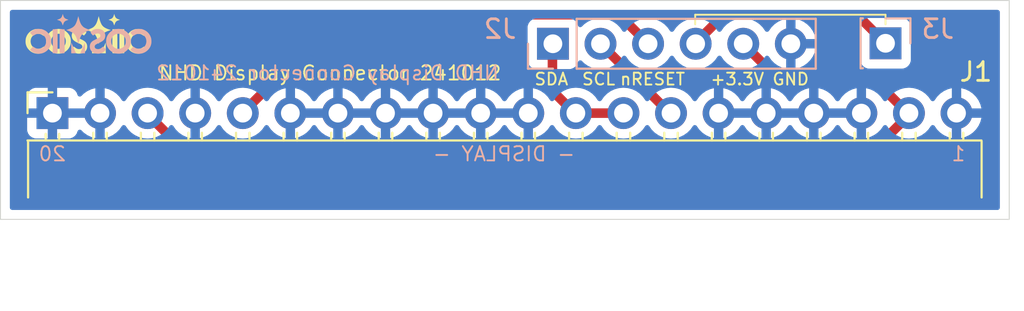
<source format=kicad_pcb>
(kicad_pcb (version 20240108) (generator "pcbnew") (generator_version "8.0")
  (layers (0 "F.Cu" signal) (31 "B.Cu" signal) (34 "B.Paste" user) (35 "F.Paste" user) (36 "B.SilkS" user "B.Silkscreen") (37 "F.SilkS" user "F.Silkscreen") (38 "B.Mask" user) (39 "F.Mask" user) (44 "Edge.Cuts" user))
  (net 0 "")
  (net 1 "GND")
  (net 2 "SCL")
  (net 3 "SDA")
  (net 4 "nRESET_DISPLAY")
  (net 5 "+3.3V")
  (net 6 "Net-(J2-Pin_4)")
  (footprint "Logos:COSMiiC-3000" (layer "F.Cu") (at 116.078 95.758)
    (property "Reference" "G***" (hide yes))
    (property "Value" "LOGO" (hide yes))
    (fp_poly (pts (xy 1.907117 -0.243637) (xy 2.036234 -0.2413) (xy 2.036234 0.397933) (xy 2.036234 1.037166) (xy 1.912978 1.0395) (xy 1.86889 1.039945) (xy 1.830949 1.03959) (xy 1.802317 1.038523) (xy 1.786153 1.036829) (xy 1.783862 1.035972) (xy 1.782921 1.026766) (xy 1.782027 1.001949) (xy 1.781192 0.962841) (xy 1.780428 0.910766) (xy 1.779746 0.847044) (xy 1.779159 0.772999) (xy 1.778679 0.68995) (xy 1.778318 0.599221) (xy 1.778088 0.502133) (xy 1.778001 0.400008) (xy 1.778 0.392068) (xy 1.778 -0.245975)) (fill solid) (layer "F.SilkS"))
    (fp_poly (pts (xy 0.325869 0.492475) (xy 0.336375 0.515657) (xy 0.351729 0.549943) (xy 0.370959 0.59313) (xy 0.393091 0.643013) (xy 0.417152 0.697391) (xy 0.44217 0.754058) (xy 0.467171 0.810813) (xy 0.491182 0.865452) (xy 0.513231 0.915771) (xy 0.532344 0.959567) (xy 0.547548 0.994637) (xy 0.5558 1.013883) (xy 0.567494 1.0414) (xy 0.44038 1.0414) (xy 0.313267 1.0414) (xy 0.313524 0.75565) (xy 0.313799 0.682924) (xy 0.314458 0.619219) (xy 0.315462 0.565963) (xy 0.31677 0.524585) (xy 0.318342 0.496514) (xy 0.320139 0.483178) (xy 0.321184 0.4826)) (fill solid) (layer "F.SilkS"))
    (fp_poly (pts (xy 1.047186 0.473665) (xy 1.047941 0.495983) (xy 1.048603 0.531419) (xy 1.04915 0.578065) (xy 1.049558 0.634012) (xy 1.049803 0.697354) (xy 1.049867 0.752122) (xy 1.049867 1.0414) (xy 0.922867 1.0414) (xy 0.87867 1.041142) (xy 0.841163 1.040432) (xy 0.813271 1.039364) (xy 0.797923 1.038033) (xy 0.795867 1.037298) (xy 0.799143 1.028765) (xy 0.808353 1.006865) (xy 0.822569 0.973708) (xy 0.840866 0.931409) (xy 0.862315 0.882079) (xy 0.885991 0.827832) (xy 0.910966 0.77078) (xy 0.936312 0.713037) (xy 0.961104 0.656714) (xy 0.984413 0.603925) (xy 1.005314 0.556782) (xy 1.022879 0.517398) (xy 1.036181 0.487886) (xy 1.044293 0.470359) (xy 1.046363 0.466372)) (fill solid) (layer "F.SilkS"))
    (fp_poly (pts (xy 1.519456 -0.999067) (xy 1.541626 -0.933813) (xy 1.567316 -0.882606) (xy 1.599261 -0.842709) (xy 1.640194 -0.811383) (xy 1.692852 -0.785892) (xy 1.7526 -0.765654) (xy 1.780464 -0.756481) (xy 1.798776 -0.748624) (xy 1.804591 -0.743421) (xy 1.8034 -0.742558) (xy 1.78946 -0.738097) (xy 1.764408 -0.730274) (xy 1.733323 -0.720674) (xy 1.729023 -0.719353) (xy 1.672157 -0.698488) (xy 1.62709 -0.673148) (xy 1.591219 -0.640615) (xy 1.561944 -0.598173) (xy 1.536661 -0.543106) (xy 1.522665 -0.503901) (xy 1.512155 -0.474939) (xy 1.503186 -0.455207) (xy 1.497155 -0.44757) (xy 1.495805 -0.448733) (xy 1.490973 -0.463524) (xy 1.483136 -0.488181) (xy 1.47692 -0.508) (xy 1.453647 -0.57129) (xy 1.426356 -0.62058) (xy 1.392152 -0.658769) (xy 1.348135 -0.688752) (xy 1.29141 -0.713429) (xy 1.261534 -0.723397) (xy 1.233716 -0.732133) (xy 1.211337 -0.739277) (xy 1.202267 -0.74226) (xy 1.204028 -0.746512) (xy 1.219177 -0.754371) (xy 1.2449 -0.76452) (xy 1.263203 -0.77082) (xy 1.325597 -0.794416) (xy 1.373994 -0.820915) (xy 1.411331 -0.853309) (xy 1.440543 -0.894589) (xy 1.464567 -0.947745) (xy 1.478949 -0.9906) (xy 1.500957 -1.062566)) (fill solid) (layer "F.SilkS"))
    (fp_poly (pts (xy 1.617731 -0.243665) (xy 1.642487 -0.241797) (xy 1.656388 -0.238509) (xy 1.660809 -0.235185) (xy 1.661927 -0.225149) (xy 1.662991 -0.199532) (xy 1.663987 -0.159687) (xy 1.664901 -0.106966) (xy 1.665717 -0.042722) (xy 1.666419 0.031693) (xy 1.666995 0.114926) (xy 1.667427 0.205625) (xy 1.667702 0.302438) (xy 1.667804 0.398357) (xy 1.667763 0.523094) (xy 1.667576 0.631774) (xy 1.66723 0.72527) (xy 1.66671 0.804456) (xy 1.666002 0.870207) (xy 1.665093 0.923398) (xy 1.663968 0.964902) (xy 1.662614 0.995595) (xy 1.661017 1.01635) (xy 1.659164 1.028043) (xy 1.657773 1.03124) (xy 1.644774 1.035881) (xy 1.618964 1.03922) (xy 1.584228 1.041279) (xy 1.544452 1.042078) (xy 1.503522 1.041639) (xy 1.465323 1.039981) (xy 1.43374 1.037128) (xy 1.412659 1.033098) (xy 1.406449 1.029883) (xy 1.404514 1.022292) (xy 1.402866 1.004069) (xy 1.401497 0.974516) (xy 1.400399 0.932935) (xy 1.399564 0.878628) (xy 1.398984 0.810895) (xy 1.39865 0.72904) (xy 1.398556 0.632364) (xy 1.398692 0.520169) (xy 1.399051 0.391757) (xy 1.399062 0.388533) (xy 1.401234 -0.2413) (xy 1.527589 -0.243652) (xy 1.580103 -0.24424)) (fill solid) (layer "F.SilkS"))
    (fp_poly (pts (xy 0.707865 -0.810245) (xy 0.740536 -0.701264) (xy 0.773737 -0.608407) (xy 0.807362 -0.531941) (xy 0.841304 -0.472137) (xy 0.841475 -0.471878) (xy 0.887322 -0.414333) (xy 0.944789 -0.362972) (xy 1.015079 -0.317033) (xy 1.099395 -0.275752) (xy 1.198942 -0.238364) (xy 1.220316 -0.231435) (xy 1.320995 -0.199544) (xy 1.221414 -0.16737) (xy 1.119809 -0.130653) (xy 1.033658 -0.090874) (xy 0.961626 -0.047186) (xy 0.902379 0.001258) (xy 0.854584 0.055306) (xy 0.841475 0.073945) (xy 0.807532 0.133664) (xy 0.773906 0.210046) (xy 0.740702 0.302822) (xy 0.708028 0.411722) (xy 0.707865 0.412312) (xy 0.670834 0.5461) (xy 0.660702 0.508) (xy 0.634281 0.411165) (xy 0.610211 0.329015) (xy 0.587653 0.259606) (xy 0.565767 0.200992) (xy 0.543713 0.151229) (xy 0.52065 0.108371) (xy 0.495739 0.070475) (xy 0.468138 0.035596) (xy 0.446102 0.01123) (xy 0.402358 -0.02965) (xy 0.352227 -0.065843) (xy 0.293107 -0.098792) (xy 0.222397 -0.129942) (xy 0.137492 -0.160734) (xy 0.133941 -0.16192) (xy 0.094853 -0.175026) (xy 0.062081 -0.186186) (xy 0.038701 -0.19434) (xy 0.027787 -0.198427) (xy 0.027387 -0.198645) (xy 0.034044 -0.201822) (xy 0.053833 -0.209022) (xy 0.083734 -0.219192) (xy 0.120725 -0.231277) (xy 0.122386 -0.23181) (xy 0.171945 -0.249146) (xy 0.226285 -0.270466) (xy 0.277317 -0.292503) (xy 0.303286 -0.304862) (xy 0.34727 -0.328164) (xy 0.381336 -0.349976) (xy 0.411459 -0.374652) (xy 0.443615 -0.406545) (xy 0.445354 -0.408376) (xy 0.475559 -0.442409) (xy 0.502421 -0.477945) (xy 0.526783 -0.516935) (xy 0.549492 -0.561332) (xy 0.571391 -0.613087) (xy 0.593325 -0.674151) (xy 0.61614 -0.746478) (xy 0.64068 -0.832018) (xy 0.660702 -0.905933) (xy 0.670834 -0.944034)) (fill solid) (layer "F.SilkS"))
    (fp_poly (pts (xy -1.366789 -0.255031) (xy -1.270108 -0.233217) (xy -1.180128 -0.196347) (xy -1.095582 -0.143888) (xy -1.0152 -0.075308) (xy -1.007533 -0.067734) (xy -0.937587 0.011805) (xy -0.88384 0.094904) (xy -0.845755 0.182963) (xy -0.822793 0.277381) (xy -0.814415 0.379556) (xy -0.815418 0.4318) (xy -0.820813 0.501827) (xy -0.830432 0.561156) (xy -0.845755 0.615797) (xy -0.86826 0.671759) (xy -0.881235 0.699199) (xy -0.933225 0.786391) (xy -0.998514 0.864421) (xy -1.075312 0.931812) (xy -1.161826 0.987086) (xy -1.256266 1.028764) (xy -1.295632 1.041233) (xy -1.3544 1.053627) (xy -1.421971 1.061152) (xy -1.491677 1.063506) (xy -1.556849 1.060386) (xy -1.595967 1.054829) (xy -1.68857 1.031168) (xy -1.770474 0.997679) (xy -1.845635 0.952257) (xy -1.918013 0.892798) (xy -1.939615 0.872066) (xy -2.008411 0.794765) (xy -2.061517 0.713736) (xy -2.100126 0.626551) (xy -2.125431 0.530786) (xy -2.133643 0.477494) (xy -2.136821 0.4064) (xy -1.865316 0.4064) (xy -1.857062 0.490563) (xy -1.83393 0.567499) (xy -1.796815 0.636026) (xy -1.746614 0.694964) (xy -1.684225 0.743133) (xy -1.610545 0.77935) (xy -1.57256 0.791826) (xy -1.529538 0.799181) (xy -1.477101 0.801046) (xy -1.421769 0.797658) (xy -1.370063 0.789254) (xy -1.349169 0.78373) (xy -1.285396 0.755825) (xy -1.225779 0.713966) (xy -1.173375 0.661096) (xy -1.131244 0.60016) (xy -1.108717 0.552236) (xy -1.095805 0.505335) (xy -1.087679 0.448967) (xy -1.084837 0.390049) (xy -1.087779 0.335494) (xy -1.091428 0.312716) (xy -1.115664 0.234765) (xy -1.153261 0.165813) (xy -1.202681 0.107124) (xy -1.262385 0.059963) (xy -1.330831 0.025594) (xy -1.406482 0.005281) (xy -1.472178 0) (xy -1.554462 0.007161) (xy -1.628485 0.028923) (xy -1.695239 0.065703) (xy -1.755714 0.117918) (xy -1.758134 0.120457) (xy -1.806542 0.18194) (xy -1.840086 0.249033) (xy -1.859447 0.323559) (xy -1.865316 0.4064) (xy -2.136821 0.4064) (xy -2.1383 0.373327) (xy -2.1273 0.27293) (xy -2.101723 0.177511) (xy -2.06265 0.088279) (xy -2.011162 0.00644) (xy -1.94834 -0.066798) (xy -1.875265 -0.130228) (xy -1.793017 -0.182642) (xy -1.702677 -0.222833) (xy -1.605327 -0.249593) (xy -1.502046 -0.261714) (xy -1.47144 -0.26232)) (fill solid) (layer "F.SilkS"))
    (fp_poly (pts (xy -2.521801 -0.257849) (xy -2.482326 -0.256389) (xy -2.451113 -0.253391) (xy -2.423831 -0.248392) (xy -2.396149 -0.24093) (xy -2.387898 -0.238388) (xy -2.305836 -0.207628) (xy -2.234027 -0.169258) (xy -2.174919 -0.127017) (xy -2.14159 -0.099372) (xy -2.121118 -0.078535) (xy -2.11254 -0.061534) (xy -2.114891 -0.045394) (xy -2.127206 -0.027142) (xy -2.13844 -0.014518) (xy -2.179902 0.029904) (xy -2.211518 0.063038) (xy -2.234694 0.086249) (xy -2.250836 0.100901) (xy -2.26135 0.10836) (xy -2.266756 0.110067) (xy -2.27888 0.105552) (xy -2.30017 0.093709) (xy -2.326041 0.077091) (xy -2.326312 0.076906) (xy -2.387864 0.040348) (xy -2.448146 0.016912) (xy -2.51325 0.004472) (xy -2.540375 0.002194) (xy -2.624536 0.003705) (xy -2.699861 0.019239) (xy -2.767657 0.04926) (xy -2.829231 0.094232) (xy -2.846991 0.111013) (xy -2.898381 0.173461) (xy -2.934635 0.243255) (xy -2.955834 0.320627) (xy -2.962062 0.405808) (xy -2.961091 0.4318) (xy -2.948362 0.514638) (xy -2.921326 0.5893) (xy -2.881072 0.654668) (xy -2.828685 0.709622) (xy -2.765253 0.753045) (xy -2.691863 0.783817) (xy -2.609601 0.800819) (xy -2.601806 0.801635) (xy -2.533892 0.800927) (xy -2.462446 0.787471) (xy -2.392867 0.762907) (xy -2.330552 0.728878) (xy -2.308119 0.712379) (xy -2.287968 0.69704) (xy -2.273131 0.687437) (xy -2.268945 0.6858) (xy -2.260269 0.691631) (xy -2.243079 0.707208) (xy -2.220146 0.729654) (xy -2.194245 0.756091) (xy -2.168149 0.783642) (xy -2.144629 0.809431) (xy -2.12646 0.830581) (xy -2.116666 0.843781) (xy -2.110652 0.855595) (xy -2.110621 0.865396) (xy -2.118532 0.877022) (xy -2.136348 0.894311) (xy -2.147745 0.904626) (xy -2.228218 0.965909) (xy -2.316931 1.012924) (xy -2.412336 1.045226) (xy -2.512889 1.062366) (xy -2.617044 1.063899) (xy -2.677132 1.057662) (xy -2.775942 1.034716) (xy -2.870113 0.995932) (xy -2.958065 0.942123) (xy -3.038216 0.874107) (xy -3.043766 0.868559) (xy -3.110351 0.792118) (xy -3.161688 0.711882) (xy -3.199447 0.624779) (xy -3.222955 0.539141) (xy -3.230451 0.485766) (xy -3.233251 0.422815) (xy -3.231598 0.356023) (xy -3.225739 0.291125) (xy -3.215915 0.233854) (xy -3.208832 0.207433) (xy -3.168158 0.10574) (xy -3.114487 0.014761) (xy -3.048338 -0.064988) (xy -2.970234 -0.132988) (xy -2.880694 -0.188722) (xy -2.78024 -0.231673) (xy -2.759769 -0.238408) (xy -2.731236 -0.24662) (xy -2.704275 -0.252244) (xy -2.674557 -0.255743) (xy -2.637752 -0.257577) (xy -2.589532 -0.258209) (xy -2.573866 -0.258233)) (fill solid) (layer "F.SilkS"))
    (fp_poly (pts (xy 2.832804 -0.257808) (xy 2.871899 -0.256204) (xy 2.903095 -0.252927) (xy 2.930905 -0.247485) (xy 2.959838 -0.239385) (xy 2.96312 -0.238362) (xy 3.02846 -0.215074) (xy 3.085077 -0.187971) (xy 3.140376 -0.153214) (xy 3.172506 -0.12975) (xy 3.207344 -0.102049) (xy 3.228886 -0.080654) (xy 3.238183 -0.062881) (xy 3.236288 -0.046042) (xy 3.224252 -0.027451) (xy 3.216178 -0.018203) (xy 3.168246 0.033423) (xy 3.130871 0.071822) (xy 3.104046 0.097004) (xy 3.087762 0.108975) (xy 3.084153 0.110067) (xy 3.072042 0.105552) (xy 3.050762 0.09371) (xy 3.024895 0.077093) (xy 3.024621 0.076906) (xy 2.963069 0.040348) (xy 2.902787 0.016912) (xy 2.837684 0.004472) (xy 2.810558 0.002194) (xy 2.726875 0.003694) (xy 2.651944 0.019195) (xy 2.584239 0.049241) (xy 2.522231 0.094377) (xy 2.503942 0.111502) (xy 2.452663 0.173358) (xy 2.416425 0.242833) (xy 2.395176 0.320074) (xy 2.388863 0.405228) (xy 2.389842 0.4318) (xy 2.399975 0.506797) (xy 2.421799 0.573074) (xy 2.457094 0.635643) (xy 2.467513 0.650319) (xy 2.51853 0.706019) (xy 2.579014 0.749288) (xy 2.646674 0.77988) (xy 2.719219 0.797549) (xy 2.794358 0.80205) (xy 2.869799 0.793135) (xy 2.943253 0.77056) (xy 3.012426 0.734079) (xy 3.042814 0.712055) (xy 3.063165 0.696852) (xy 3.078337 0.687374) (xy 3.082672 0.6858) (xy 3.091552 0.691664) (xy 3.108906 0.707342) (xy 3.131992 0.729965) (xy 3.158065 0.756664) (xy 3.184381 0.78457) (xy 3.208198 0.810812) (xy 3.226771 0.832521) (xy 3.237356 0.846828) (xy 3.238256 0.848512) (xy 3.240942 0.859564) (xy 3.236448 0.871201) (xy 3.222586 0.886928) (xy 3.202944 0.905112) (xy 3.121872 0.96648) (xy 3.032708 1.013464) (xy 2.936959 1.04563) (xy 2.836135 1.062542) (xy 2.731743 1.063767) (xy 2.673801 1.057662) (xy 2.574764 1.034687) (xy 2.480568 0.995903) (xy 2.392768 0.942115) (xy 2.31292 0.874125) (xy 2.307167 0.868345) (xy 2.239108 0.789651) (xy 2.186761 0.707258) (xy 2.149545 0.619607) (xy 2.126881 0.525142) (xy 2.118185 0.422304) (xy 2.119033 0.364067) (xy 2.129589 0.264076) (xy 2.152492 0.173854) (xy 2.188869 0.090863) (xy 2.239849 0.012563) (xy 2.306559 -0.063584) (xy 2.311035 -0.068089) (xy 2.348542 -0.104609) (xy 2.379475 -0.131825) (xy 2.408417 -0.153168) (xy 2.439954 -0.17207) (xy 2.472267 -0.188803) (xy 2.528687 -0.215291) (xy 2.57797 -0.234274) (xy 2.62523 -0.2469) (xy 2.67558 -0.25432) (xy 2.734134 -0.25768) (xy 2.7813 -0.258233)) (fill solid) (layer "F.SilkS"))
    (fp_poly (pts (xy -0.275532 -0.2542) (xy -0.222114 -0.243238) (xy -0.173684 -0.225569) (xy -0.124439 -0.199526) (xy -0.120407 -0.197101) (xy -0.072457 -0.165826) (xy -0.03326 -0.135764) (xy -0.004532 -0.108505) (xy 0.012007 -0.08564) (xy 0.015294 -0.071459) (xy 0.00881 -0.056406) (xy -0.006243 -0.032704) (xy -0.026981 -0.004003) (xy -0.05052 0.026046) (xy -0.073977 0.053793) (xy -0.094467 0.075587) (xy -0.109108 0.087779) (xy -0.111336 0.088839) (xy -0.126215 0.086226) (xy -0.151234 0.07257) (xy -0.180089 0.052271) (xy -0.240733 0.014014) (xy -0.301241 -0.009448) (xy -0.360027 -0.017808) (xy -0.415506 -0.010761) (xy -0.446291 0.000867) (xy -0.480078 0.023982) (xy -0.500125 0.055081) (xy -0.50782 0.096516) (xy -0.508 0.105388) (xy -0.505364 0.131808) (xy -0.496308 0.15523) (xy -0.479111 0.177163) (xy -0.452052 0.199117) (xy -0.41341 0.222602) (xy -0.361464 0.249127) (xy -0.324022 0.266748) (xy -0.250756 0.301238) (xy -0.191123 0.331063) (xy -0.142905 0.35752) (xy -0.103884 0.381903) (xy -0.071843 0.405508) (xy -0.044564 0.42963) (xy -0.043617 0.43055) (xy 0.003686 0.488044) (xy 0.036447 0.5538) (xy 0.054336 0.626866) (xy 0.057021 0.706296) (xy 0.056259 0.716767) (xy 0.041886 0.795702) (xy 0.013177 0.865922) (xy -0.029263 0.926684) (xy -0.084827 0.97724) (xy -0.15291 1.016845) (xy -0.2032 1.036238) (xy -0.258122 1.049889) (xy -0.320029 1.058928) (xy -0.382128 1.062743) (xy -0.437628 1.060723) (xy -0.452966 1.058731) (xy -0.515212 1.046181) (xy -0.569517 1.028738) (xy -0.624757 1.003489) (xy -0.63072 1.000399) (xy -0.665272 0.979604) (xy -0.700792 0.953631) (xy -0.734409 0.925151) (xy -0.763252 0.89684) (xy -0.784451 0.871369) (xy -0.795137 0.851413) (xy -0.795866 0.84659) (xy -0.790446 0.83172) (xy -0.776047 0.808769) (xy -0.755467 0.781047) (xy -0.731502 0.751861) (xy -0.706949 0.724521) (xy -0.684603 0.702336) (xy -0.667262 0.688614) (xy -0.659976 0.6858) (xy -0.646352 0.691126) (xy -0.624774 0.705179) (xy -0.59961 0.72507) (xy -0.596376 0.72787) (xy -0.533308 0.774074) (xy -0.468607 0.804098) (xy -0.403081 0.817772) (xy -0.33754 0.814926) (xy -0.273276 0.7956) (xy -0.237862 0.772128) (xy -0.214469 0.739814) (xy -0.203366 0.702006) (xy -0.204819 0.662053) (xy -0.219097 0.623303) (xy -0.246469 0.589105) (xy -0.256108 0.58111) (xy -0.272992 0.570539) (xy -0.302058 0.554691) (xy -0.340047 0.535246) (xy -0.383703 0.513886) (xy -0.414866 0.49917) (xy -0.493879 0.461075) (xy -0.558625 0.426562) (xy -0.611011 0.394192) (xy -0.652944 0.36253) (xy -0.686329 0.330138) (xy -0.713073 0.29558) (xy -0.734777 0.258025) (xy -0.753008 0.209512) (xy -0.764893 0.152282) (xy -0.769159 0.093773) (xy -0.767882 0.064635) (xy -0.753054 -0.012294) (xy -0.724389 -0.080303) (xy -0.682889 -0.138632) (xy -0.629553 -0.186523) (xy -0.565381 -0.223217) (xy -0.491373 -0.247957) (xy -0.40853 -0.259982) (xy -0.339741 -0.260122)) (fill solid) (layer "F.SilkS"))
  )
  (footprint "Connector_PinSocket_2.54mm:PinSocket_1x20_P2.54mm_Horizontal" (layer "F.Cu") (at 114.28 99.994 90)
    (property "Reference" "J1" (at 2.204 49.296 0) (layer "F.SilkS"))
    (property "Value" "Conn_01x20")
    (fp_line (start 1.11 -1.33) (end 1.11 0) (stroke (width 0.12)) (layer "F.SilkS"))
    (fp_line (start 0 -1.33) (end 1.11 -1.33) (stroke (width 0.12)) (layer "F.SilkS"))
    (fp_line (start -1.46 -1.33) (end -1.46 49.59) (stroke (width 0.12)) (layer "F.SilkS"))
    (fp_line (start -4.5 -1.3) (end -1.5 -1.3) (stroke (width 0.12)) (layer "F.SilkS"))
    (fp_line (start -1.46 -0.36) (end -1.11 -0.36) (stroke (width 0.12)) (layer "F.SilkS"))
    (fp_line (start -1.46 0.36) (end -1.11 0.36) (stroke (width 0.12)) (layer "F.SilkS"))
    (fp_line (start -1.46 2.18) (end -1.05 2.18) (stroke (width 0.12)) (layer "F.SilkS"))
    (fp_line (start -1.46 2.9) (end -1.05 2.9) (stroke (width 0.12)) (layer "F.SilkS"))
    (fp_line (start -1.46 4.72) (end -1.05 4.72) (stroke (width 0.12)) (layer "F.SilkS"))
    (fp_line (start -1.46 5.44) (end -1.05 5.44) (stroke (width 0.12)) (layer "F.SilkS"))
    (fp_line (start -1.46 7.26) (end -1.05 7.26) (stroke (width 0.12)) (layer "F.SilkS"))
    (fp_line (start -1.46 7.98) (end -1.05 7.98) (stroke (width 0.12)) (layer "F.SilkS"))
    (fp_line (start -1.46 9.8) (end -1.05 9.8) (stroke (width 0.12)) (layer "F.SilkS"))
    (fp_line (start -1.46 10.52) (end -1.05 10.52) (stroke (width 0.12)) (layer "F.SilkS"))
    (fp_line (start -1.46 12.34) (end -1.05 12.34) (stroke (width 0.12)) (layer "F.SilkS"))
    (fp_line (start -1.46 13.06) (end -1.05 13.06) (stroke (width 0.12)) (layer "F.SilkS"))
    (fp_line (start -1.46 14.88) (end -1.05 14.88) (stroke (width 0.12)) (layer "F.SilkS"))
    (fp_line (start -1.46 15.6) (end -1.05 15.6) (stroke (width 0.12)) (layer "F.SilkS"))
    (fp_line (start -1.46 17.42) (end -1.05 17.42) (stroke (width 0.12)) (layer "F.SilkS"))
    (fp_line (start -1.46 18.14) (end -1.05 18.14) (stroke (width 0.12)) (layer "F.SilkS"))
    (fp_line (start -1.46 19.96) (end -1.05 19.96) (stroke (width 0.12)) (layer "F.SilkS"))
    (fp_line (start -1.46 20.68) (end -1.05 20.68) (stroke (width 0.12)) (layer "F.SilkS"))
    (fp_line (start -1.46 22.5) (end -1.05 22.5) (stroke (width 0.12)) (layer "F.SilkS"))
    (fp_line (start -1.46 23.22) (end -1.05 23.22) (stroke (width 0.12)) (layer "F.SilkS"))
    (fp_line (start -1.46 25.04) (end -1.05 25.04) (stroke (width 0.12)) (layer "F.SilkS"))
    (fp_line (start -1.46 25.76) (end -1.05 25.76) (stroke (width 0.12)) (layer "F.SilkS"))
    (fp_line (start -1.46 27.58) (end -1.05 27.58) (stroke (width 0.12)) (layer "F.SilkS"))
    (fp_line (start -1.46 28.3) (end -1.05 28.3) (stroke (width 0.12)) (layer "F.SilkS"))
    (fp_line (start -1.46 30.12) (end -1.05 30.12) (stroke (width 0.12)) (layer "F.SilkS"))
    (fp_line (start -1.46 30.84) (end -1.05 30.84) (stroke (width 0.12)) (layer "F.SilkS"))
    (fp_line (start -1.46 32.66) (end -1.05 32.66) (stroke (width 0.12)) (layer "F.SilkS"))
    (fp_line (start -1.46 33.38) (end -1.05 33.38) (stroke (width 0.12)) (layer "F.SilkS"))
    (fp_line (start -1.46 35.2) (end -1.05 35.2) (stroke (width 0.12)) (layer "F.SilkS"))
    (fp_line (start -1.46 35.92) (end -1.05 35.92) (stroke (width 0.12)) (layer "F.SilkS"))
    (fp_line (start -1.46 37.74) (end -1.05 37.74) (stroke (width 0.12)) (layer "F.SilkS"))
    (fp_line (start -1.46 38.46) (end -1.05 38.46) (stroke (width 0.12)) (layer "F.SilkS"))
    (fp_line (start -1.46 40.28) (end -1.05 40.28) (stroke (width 0.12)) (layer "F.SilkS"))
    (fp_line (start -1.46 41) (end -1.05 41) (stroke (width 0.12)) (layer "F.SilkS"))
    (fp_line (start -1.46 42.82) (end -1.05 42.82) (stroke (width 0.12)) (layer "F.SilkS"))
    (fp_line (start -1.46 43.54) (end -1.05 43.54) (stroke (width 0.12)) (layer "F.SilkS"))
    (fp_line (start -1.46 45.36) (end -1.05 45.36) (stroke (width 0.12)) (layer "F.SilkS"))
    (fp_line (start -1.46 46.08) (end -1.05 46.08) (stroke (width 0.12)) (layer "F.SilkS"))
    (fp_line (start -1.46 47.9) (end -1.05 47.9) (stroke (width 0.12)) (layer "F.SilkS"))
    (fp_line (start -1.46 48.62) (end -1.05 48.62) (stroke (width 0.12)) (layer "F.SilkS"))
    (fp_line (start -4.5 49.6) (end -1.5 49.6) (stroke (width 0.12)) (layer "F.SilkS"))
    (pad "1" thru_hole rect (at 0 0 90) (size 1.7 1.7) (drill 1) (layers "*.Cu" "*.Mask") (net 1 "GND"))
    (pad "2" thru_hole oval (at 0 2.54 90) (size 1.7 1.7) (drill 1) (layers "*.Cu" "*.Mask") (net 1 "GND"))
    (pad "3" thru_hole oval (at 0 5.08 90) (size 1.7 1.7) (drill 1) (layers "*.Cu" "*.Mask") (net 5 "+3.3V"))
    (pad "4" thru_hole oval (at 0 7.62 90) (size 1.7 1.7) (drill 1) (layers "*.Cu" "*.Mask") (net 1 "GND"))
    (pad "5" thru_hole oval (at 0 10.16 90) (size 1.7 1.7) (drill 1) (layers "*.Cu" "*.Mask") (net 4 "nRESET_DISPLAY"))
    (pad "6" thru_hole oval (at 0 12.7 90) (size 1.7 1.7) (drill 1) (layers "*.Cu" "*.Mask") (net 1 "GND"))
    (pad "7" thru_hole oval (at 0 15.24 90) (size 1.7 1.7) (drill 1) (layers "*.Cu" "*.Mask") (net 1 "GND"))
    (pad "8" thru_hole oval (at 0 17.78 90) (size 1.7 1.7) (drill 1) (layers "*.Cu" "*.Mask") (net 1 "GND"))
    (pad "9" thru_hole oval (at 0 20.32 90) (size 1.7 1.7) (drill 1) (layers "*.Cu" "*.Mask") (net 1 "GND"))
    (pad "10" thru_hole oval (at 0 22.86 90) (size 1.7 1.7) (drill 1) (layers "*.Cu" "*.Mask") (net 1 "GND"))
    (pad "11" thru_hole oval (at 0 25.4 90) (size 1.7 1.7) (drill 1) (layers "*.Cu" "*.Mask") (net 1 "GND"))
    (pad "12" thru_hole oval (at 0 27.94 90) (size 1.7 1.7) (drill 1) (layers "*.Cu" "*.Mask") (net 3 "SDA"))
    (pad "13" thru_hole oval (at 0 30.48 90) (size 1.7 1.7) (drill 1) (layers "*.Cu" "*.Mask") (net 3 "SDA"))
    (pad "14" thru_hole oval (at 0 33.02 90) (size 1.7 1.7) (drill 1) (layers "*.Cu" "*.Mask") (net 2 "SCL"))
    (pad "15" thru_hole oval (at 0 35.56 90) (size 1.7 1.7) (drill 1) (layers "*.Cu" "*.Mask") (net 1 "GND"))
    (pad "16" thru_hole oval (at 0 38.1 90) (size 1.7 1.7) (drill 1) (layers "*.Cu" "*.Mask") (net 1 "GND"))
    (pad "17" thru_hole oval (at 0 40.64 90) (size 1.7 1.7) (drill 1) (layers "*.Cu" "*.Mask") (net 1 "GND"))
    (pad "18" thru_hole oval (at 0 43.18 90) (size 1.7 1.7) (drill 1) (layers "*.Cu" "*.Mask") (net 1 "GND"))
    (pad "19" thru_hole oval (at 0 45.72 90) (size 1.7 1.7) (drill 1) (layers "*.Cu" "*.Mask") (net 5 "+3.3V"))
    (pad "20" thru_hole oval (at 0 48.26 90) (size 1.7 1.7) (drill 1) (layers "*.Cu" "*.Mask") (net 1 "GND"))
  )
  (footprint "Logos:COSMiiC-3000" (layer "B.Cu") (at 116.332 95.758 180)
    (property "Reference" "G***" (hide yes))
    (property "Value" "LOGO" (hide yes))
    (fp_poly (pts (xy 1.907117 0.243637) (xy 2.036234 0.2413) (xy 2.036234 -0.397933) (xy 2.036234 -1.037166) (xy 1.912978 -1.0395) (xy 1.86889 -1.039945) (xy 1.830949 -1.03959) (xy 1.802317 -1.038523) (xy 1.786153 -1.036829) (xy 1.783862 -1.035972) (xy 1.782921 -1.026766) (xy 1.782027 -1.001949) (xy 1.781192 -0.962841) (xy 1.780428 -0.910766) (xy 1.779746 -0.847044) (xy 1.779159 -0.772999) (xy 1.778679 -0.68995) (xy 1.778318 -0.599221) (xy 1.778088 -0.502133) (xy 1.778001 -0.400008) (xy 1.778 -0.392068) (xy 1.778 0.245975)) (fill solid) (layer "B.SilkS"))
    (fp_poly (pts (xy 0.325869 -0.492475) (xy 0.336375 -0.515657) (xy 0.351729 -0.549943) (xy 0.370959 -0.59313) (xy 0.393091 -0.643013) (xy 0.417152 -0.697391) (xy 0.44217 -0.754058) (xy 0.467171 -0.810813) (xy 0.491182 -0.865452) (xy 0.513231 -0.915771) (xy 0.532344 -0.959567) (xy 0.547548 -0.994637) (xy 0.5558 -1.013883) (xy 0.567494 -1.0414) (xy 0.44038 -1.0414) (xy 0.313267 -1.0414) (xy 0.313524 -0.75565) (xy 0.313799 -0.682924) (xy 0.314458 -0.619219) (xy 0.315462 -0.565963) (xy 0.31677 -0.524585) (xy 0.318342 -0.496514) (xy 0.320139 -0.483178) (xy 0.321184 -0.4826)) (fill solid) (layer "B.SilkS"))
    (fp_poly (pts (xy 1.047186 -0.473665) (xy 1.047941 -0.495983) (xy 1.048603 -0.531419) (xy 1.04915 -0.578065) (xy 1.049558 -0.634012) (xy 1.049803 -0.697354) (xy 1.049867 -0.752122) (xy 1.049867 -1.0414) (xy 0.922867 -1.0414) (xy 0.87867 -1.041142) (xy 0.841163 -1.040432) (xy 0.813271 -1.039364) (xy 0.797923 -1.038033) (xy 0.795867 -1.037298) (xy 0.799143 -1.028765) (xy 0.808353 -1.006865) (xy 0.822569 -0.973708) (xy 0.840866 -0.931409) (xy 0.862315 -0.882079) (xy 0.885991 -0.827832) (xy 0.910966 -0.77078) (xy 0.936312 -0.713037) (xy 0.961104 -0.656714) (xy 0.984413 -0.603925) (xy 1.005314 -0.556782) (xy 1.022879 -0.517398) (xy 1.036181 -0.487886) (xy 1.044293 -0.470359) (xy 1.046363 -0.466372)) (fill solid) (layer "B.SilkS"))
    (fp_poly (pts (xy 1.617731 0.243665) (xy 1.642487 0.241797) (xy 1.656388 0.238509) (xy 1.660809 0.235185) (xy 1.661927 0.225149) (xy 1.662991 0.199532) (xy 1.663987 0.159687) (xy 1.664901 0.106966) (xy 1.665717 0.042722) (xy 1.666419 -0.031693) (xy 1.666995 -0.114926) (xy 1.667427 -0.205625) (xy 1.667702 -0.302438) (xy 1.667804 -0.398357) (xy 1.667763 -0.523094) (xy 1.667576 -0.631774) (xy 1.66723 -0.72527) (xy 1.66671 -0.804456) (xy 1.666002 -0.870207) (xy 1.665093 -0.923398) (xy 1.663968 -0.964902) (xy 1.662614 -0.995595) (xy 1.661017 -1.01635) (xy 1.659164 -1.028043) (xy 1.657773 -1.03124) (xy 1.644774 -1.035881) (xy 1.618964 -1.03922) (xy 1.584228 -1.041279) (xy 1.544452 -1.042078) (xy 1.503522 -1.041639) (xy 1.465323 -1.039981) (xy 1.43374 -1.037128) (xy 1.412659 -1.033098) (xy 1.406449 -1.029883) (xy 1.404514 -1.022292) (xy 1.402866 -1.004069) (xy 1.401497 -0.974516) (xy 1.400399 -0.932935) (xy 1.399564 -0.878628) (xy 1.398984 -0.810895) (xy 1.39865 -0.72904) (xy 1.398556 -0.632364) (xy 1.398692 -0.520169) (xy 1.399051 -0.391757) (xy 1.399062 -0.388533) (xy 1.401234 0.2413) (xy 1.527589 0.243652) (xy 1.580103 0.24424)) (fill solid) (layer "B.SilkS"))
    (fp_poly (pts (xy 1.519456 0.999067) (xy 1.541626 0.933813) (xy 1.567316 0.882606) (xy 1.599261 0.842709) (xy 1.640194 0.811383) (xy 1.692852 0.785892) (xy 1.7526 0.765654) (xy 1.780464 0.756481) (xy 1.798776 0.748624) (xy 1.804591 0.743421) (xy 1.8034 0.742558) (xy 1.78946 0.738097) (xy 1.764408 0.730274) (xy 1.733323 0.720674) (xy 1.729023 0.719353) (xy 1.672157 0.698488) (xy 1.62709 0.673148) (xy 1.591219 0.640615) (xy 1.561944 0.598173) (xy 1.536661 0.543106) (xy 1.522665 0.503901) (xy 1.512155 0.474939) (xy 1.503186 0.455207) (xy 1.497155 0.44757) (xy 1.495805 0.448733) (xy 1.490973 0.463524) (xy 1.483136 0.488181) (xy 1.47692 0.508) (xy 1.453647 0.57129) (xy 1.426356 0.62058) (xy 1.392152 0.658769) (xy 1.348135 0.688752) (xy 1.29141 0.713429) (xy 1.261534 0.723397) (xy 1.233716 0.732133) (xy 1.211337 0.739277) (xy 1.202267 0.74226) (xy 1.204028 0.746512) (xy 1.219177 0.754371) (xy 1.2449 0.76452) (xy 1.263203 0.77082) (xy 1.325597 0.794416) (xy 1.373994 0.820915) (xy 1.411331 0.853309) (xy 1.440543 0.894589) (xy 1.464567 0.947745) (xy 1.478949 0.9906) (xy 1.500957 1.062566)) (fill solid) (layer "B.SilkS"))
    (fp_poly (pts (xy 0.707865 0.810245) (xy 0.740536 0.701264) (xy 0.773737 0.608407) (xy 0.807362 0.531941) (xy 0.841304 0.472137) (xy 0.841475 0.471878) (xy 0.887322 0.414333) (xy 0.944789 0.362972) (xy 1.015079 0.317033) (xy 1.099395 0.275752) (xy 1.198942 0.238364) (xy 1.220316 0.231435) (xy 1.320995 0.199544) (xy 1.221414 0.16737) (xy 1.119809 0.130653) (xy 1.033658 0.090874) (xy 0.961626 0.047186) (xy 0.902379 -0.001258) (xy 0.854584 -0.055306) (xy 0.841475 -0.073945) (xy 0.807532 -0.133664) (xy 0.773906 -0.210046) (xy 0.740702 -0.302822) (xy 0.708028 -0.411722) (xy 0.707865 -0.412312) (xy 0.670834 -0.5461) (xy 0.660702 -0.508) (xy 0.634281 -0.411165) (xy 0.610211 -0.329015) (xy 0.587653 -0.259606) (xy 0.565767 -0.200992) (xy 0.543713 -0.151229) (xy 0.52065 -0.108371) (xy 0.495739 -0.070475) (xy 0.468138 -0.035596) (xy 0.446102 -0.01123) (xy 0.402358 0.02965) (xy 0.352227 0.065843) (xy 0.293107 0.098792) (xy 0.222397 0.129942) (xy 0.137492 0.160734) (xy 0.133941 0.16192) (xy 0.094853 0.175026) (xy 0.062081 0.186186) (xy 0.038701 0.19434) (xy 0.027787 0.198427) (xy 0.027387 0.198645) (xy 0.034044 0.201822) (xy 0.053833 0.209022) (xy 0.083734 0.219192) (xy 0.120725 0.231277) (xy 0.122386 0.23181) (xy 0.171945 0.249146) (xy 0.226285 0.270466) (xy 0.277317 0.292503) (xy 0.303286 0.304862) (xy 0.34727 0.328164) (xy 0.381336 0.349976) (xy 0.411459 0.374652) (xy 0.443615 0.406545) (xy 0.445354 0.408376) (xy 0.475559 0.442409) (xy 0.502421 0.477945) (xy 0.526783 0.516935) (xy 0.549492 0.561332) (xy 0.571391 0.613087) (xy 0.593325 0.674151) (xy 0.61614 0.746478) (xy 0.64068 0.832018) (xy 0.660702 0.905933) (xy 0.670834 0.944034)) (fill solid) (layer "B.SilkS"))
    (fp_poly (pts (xy -1.366789 0.255031) (xy -1.270108 0.233217) (xy -1.180128 0.196347) (xy -1.095582 0.143888) (xy -1.0152 0.075308) (xy -1.007533 0.067734) (xy -0.937587 -0.011805) (xy -0.88384 -0.094904) (xy -0.845755 -0.182963) (xy -0.822793 -0.277381) (xy -0.814415 -0.379556) (xy -0.815418 -0.4318) (xy -0.820813 -0.501827) (xy -0.830432 -0.561156) (xy -0.845755 -0.615797) (xy -0.86826 -0.671759) (xy -0.881235 -0.699199) (xy -0.933225 -0.786391) (xy -0.998514 -0.864421) (xy -1.075312 -0.931812) (xy -1.161826 -0.987086) (xy -1.256266 -1.028764) (xy -1.295632 -1.041233) (xy -1.3544 -1.053627) (xy -1.421971 -1.061152) (xy -1.491677 -1.063506) (xy -1.556849 -1.060386) (xy -1.595967 -1.054829) (xy -1.68857 -1.031168) (xy -1.770474 -0.997679) (xy -1.845635 -0.952257) (xy -1.918013 -0.892798) (xy -1.939615 -0.872066) (xy -2.008411 -0.794765) (xy -2.061517 -0.713736) (xy -2.100126 -0.626551) (xy -2.125431 -0.530786) (xy -2.133643 -0.477494) (xy -2.136821 -0.4064) (xy -1.865316 -0.4064) (xy -1.857062 -0.490563) (xy -1.83393 -0.567499) (xy -1.796815 -0.636026) (xy -1.746614 -0.694964) (xy -1.684225 -0.743133) (xy -1.610545 -0.77935) (xy -1.57256 -0.791826) (xy -1.529538 -0.799181) (xy -1.477101 -0.801046) (xy -1.421769 -0.797658) (xy -1.370063 -0.789254) (xy -1.349169 -0.78373) (xy -1.285396 -0.755825) (xy -1.225779 -0.713966) (xy -1.173375 -0.661096) (xy -1.131244 -0.60016) (xy -1.108717 -0.552236) (xy -1.095805 -0.505335) (xy -1.087679 -0.448967) (xy -1.084837 -0.390049) (xy -1.087779 -0.335494) (xy -1.091428 -0.312716) (xy -1.115664 -0.234765) (xy -1.153261 -0.165813) (xy -1.202681 -0.107124) (xy -1.262385 -0.059963) (xy -1.330831 -0.025594) (xy -1.406482 -0.005281) (xy -1.472178 0) (xy -1.554462 -0.007161) (xy -1.628485 -0.028923) (xy -1.695239 -0.065703) (xy -1.755714 -0.117918) (xy -1.758134 -0.120457) (xy -1.806542 -0.18194) (xy -1.840086 -0.249033) (xy -1.859447 -0.323559) (xy -1.865316 -0.4064) (xy -2.136821 -0.4064) (xy -2.1383 -0.373327) (xy -2.1273 -0.27293) (xy -2.101723 -0.177511) (xy -2.06265 -0.088279) (xy -2.011162 -0.00644) (xy -1.94834 0.066798) (xy -1.875265 0.130228) (xy -1.793017 0.182642) (xy -1.702677 0.222833) (xy -1.605327 0.249593) (xy -1.502046 0.261714) (xy -1.47144 0.26232)) (fill solid) (layer "B.SilkS"))
    (fp_poly (pts (xy 2.832804 0.257808) (xy 2.871899 0.256204) (xy 2.903095 0.252927) (xy 2.930905 0.247485) (xy 2.959838 0.239385) (xy 2.96312 0.238362) (xy 3.02846 0.215074) (xy 3.085077 0.187971) (xy 3.140376 0.153214) (xy 3.172506 0.12975) (xy 3.207344 0.102049) (xy 3.228886 0.080654) (xy 3.238183 0.062881) (xy 3.236288 0.046042) (xy 3.224252 0.027451) (xy 3.216178 0.018203) (xy 3.168246 -0.033423) (xy 3.130871 -0.071822) (xy 3.104046 -0.097004) (xy 3.087762 -0.108975) (xy 3.084153 -0.110067) (xy 3.072042 -0.105552) (xy 3.050762 -0.09371) (xy 3.024895 -0.077093) (xy 3.024621 -0.076906) (xy 2.963069 -0.040348) (xy 2.902787 -0.016912) (xy 2.837684 -0.004472) (xy 2.810558 -0.002194) (xy 2.726875 -0.003694) (xy 2.651944 -0.019195) (xy 2.584239 -0.049241) (xy 2.522231 -0.094377) (xy 2.503942 -0.111502) (xy 2.452663 -0.173358) (xy 2.416425 -0.242833) (xy 2.395176 -0.320074) (xy 2.388863 -0.405228) (xy 2.389842 -0.4318) (xy 2.399975 -0.506797) (xy 2.421799 -0.573074) (xy 2.457094 -0.635643) (xy 2.467513 -0.650319) (xy 2.51853 -0.706019) (xy 2.579014 -0.749288) (xy 2.646674 -0.77988) (xy 2.719219 -0.797549) (xy 2.794358 -0.80205) (xy 2.869799 -0.793135) (xy 2.943253 -0.77056) (xy 3.012426 -0.734079) (xy 3.042814 -0.712055) (xy 3.063165 -0.696852) (xy 3.078337 -0.687374) (xy 3.082672 -0.6858) (xy 3.091552 -0.691664) (xy 3.108906 -0.707342) (xy 3.131992 -0.729965) (xy 3.158065 -0.756664) (xy 3.184381 -0.78457) (xy 3.208198 -0.810812) (xy 3.226771 -0.832521) (xy 3.237356 -0.846828) (xy 3.238256 -0.848512) (xy 3.240942 -0.859564) (xy 3.236448 -0.871201) (xy 3.222586 -0.886928) (xy 3.202944 -0.905112) (xy 3.121872 -0.96648) (xy 3.032708 -1.013464) (xy 2.936959 -1.04563) (xy 2.836135 -1.062542) (xy 2.731743 -1.063767) (xy 2.673801 -1.057662) (xy 2.574764 -1.034687) (xy 2.480568 -0.995903) (xy 2.392768 -0.942115) (xy 2.31292 -0.874125) (xy 2.307167 -0.868345) (xy 2.239108 -0.789651) (xy 2.186761 -0.707258) (xy 2.149545 -0.619607) (xy 2.126881 -0.525142) (xy 2.118185 -0.422304) (xy 2.119033 -0.364067) (xy 2.129589 -0.264076) (xy 2.152492 -0.173854) (xy 2.188869 -0.090863) (xy 2.239849 -0.012563) (xy 2.306559 0.063584) (xy 2.311035 0.068089) (xy 2.348542 0.104609) (xy 2.379475 0.131825) (xy 2.408417 0.153168) (xy 2.439954 0.17207) (xy 2.472267 0.188803) (xy 2.528687 0.215291) (xy 2.57797 0.234274) (xy 2.62523 0.2469) (xy 2.67558 0.25432) (xy 2.734134 0.25768) (xy 2.7813 0.258233)) (fill solid) (layer "B.SilkS"))
    (fp_poly (pts (xy -2.521801 0.257849) (xy -2.482326 0.256389) (xy -2.451113 0.253391) (xy -2.423831 0.248392) (xy -2.396149 0.24093) (xy -2.387898 0.238388) (xy -2.305836 0.207628) (xy -2.234027 0.169258) (xy -2.174919 0.127017) (xy -2.14159 0.099372) (xy -2.121118 0.078535) (xy -2.11254 0.061534) (xy -2.114891 0.045394) (xy -2.127206 0.027142) (xy -2.13844 0.014518) (xy -2.179902 -0.029904) (xy -2.211518 -0.063038) (xy -2.234694 -0.086249) (xy -2.250836 -0.100901) (xy -2.26135 -0.10836) (xy -2.266756 -0.110067) (xy -2.27888 -0.105552) (xy -2.30017 -0.093709) (xy -2.326041 -0.077091) (xy -2.326312 -0.076906) (xy -2.387864 -0.040348) (xy -2.448146 -0.016912) (xy -2.51325 -0.004472) (xy -2.540375 -0.002194) (xy -2.624536 -0.003705) (xy -2.699861 -0.019239) (xy -2.767657 -0.04926) (xy -2.829231 -0.094232) (xy -2.846991 -0.111013) (xy -2.898381 -0.173461) (xy -2.934635 -0.243255) (xy -2.955834 -0.320627) (xy -2.962062 -0.405808) (xy -2.961091 -0.4318) (xy -2.948362 -0.514638) (xy -2.921326 -0.5893) (xy -2.881072 -0.654668) (xy -2.828685 -0.709622) (xy -2.765253 -0.753045) (xy -2.691863 -0.783817) (xy -2.609601 -0.800819) (xy -2.601806 -0.801635) (xy -2.533892 -0.800927) (xy -2.462446 -0.787471) (xy -2.392867 -0.762907) (xy -2.330552 -0.728878) (xy -2.308119 -0.712379) (xy -2.287968 -0.69704) (xy -2.273131 -0.687437) (xy -2.268945 -0.6858) (xy -2.260269 -0.691631) (xy -2.243079 -0.707208) (xy -2.220146 -0.729654) (xy -2.194245 -0.756091) (xy -2.168149 -0.783642) (xy -2.144629 -0.809431) (xy -2.12646 -0.830581) (xy -2.116666 -0.843781) (xy -2.110652 -0.855595) (xy -2.110621 -0.865396) (xy -2.118532 -0.877022) (xy -2.136348 -0.894311) (xy -2.147745 -0.904626) (xy -2.228218 -0.965909) (xy -2.316931 -1.012924) (xy -2.412336 -1.045226) (xy -2.512889 -1.062366) (xy -2.617044 -1.063899) (xy -2.677132 -1.057662) (xy -2.775942 -1.034716) (xy -2.870113 -0.995932) (xy -2.958065 -0.942123) (xy -3.038216 -0.874107) (xy -3.043766 -0.868559) (xy -3.110351 -0.792118) (xy -3.161688 -0.711882) (xy -3.199447 -0.624779) (xy -3.222955 -0.539141) (xy -3.230451 -0.485766) (xy -3.233251 -0.422815) (xy -3.231598 -0.356023) (xy -3.225739 -0.291125) (xy -3.215915 -0.233854) (xy -3.208832 -0.207433) (xy -3.168158 -0.10574) (xy -3.114487 -0.014761) (xy -3.048338 0.064988) (xy -2.970234 0.132988) (xy -2.880694 0.188722) (xy -2.78024 0.231673) (xy -2.759769 0.238408) (xy -2.731236 0.24662) (xy -2.704275 0.252244) (xy -2.674557 0.255743) (xy -2.637752 0.257577) (xy -2.589532 0.258209) (xy -2.573866 0.258233)) (fill solid) (layer "B.SilkS"))
    (fp_poly (pts (xy -0.275532 0.2542) (xy -0.222114 0.243238) (xy -0.173684 0.225569) (xy -0.124439 0.199526) (xy -0.120407 0.197101) (xy -0.072457 0.165826) (xy -0.03326 0.135764) (xy -0.004532 0.108505) (xy 0.012007 0.08564) (xy 0.015294 0.071459) (xy 0.00881 0.056406) (xy -0.006243 0.032704) (xy -0.026981 0.004003) (xy -0.05052 -0.026046) (xy -0.073977 -0.053793) (xy -0.094467 -0.075587) (xy -0.109108 -0.087779) (xy -0.111336 -0.088839) (xy -0.126215 -0.086226) (xy -0.151234 -0.07257) (xy -0.180089 -0.052271) (xy -0.240733 -0.014014) (xy -0.301241 0.009448) (xy -0.360027 0.017808) (xy -0.415506 0.010761) (xy -0.446291 -0.000867) (xy -0.480078 -0.023982) (xy -0.500125 -0.055081) (xy -0.50782 -0.096516) (xy -0.508 -0.105388) (xy -0.505364 -0.131808) (xy -0.496308 -0.15523) (xy -0.479111 -0.177163) (xy -0.452052 -0.199117) (xy -0.41341 -0.222602) (xy -0.361464 -0.249127) (xy -0.324022 -0.266748) (xy -0.250756 -0.301238) (xy -0.191123 -0.331063) (xy -0.142905 -0.35752) (xy -0.103884 -0.381903) (xy -0.071843 -0.405508) (xy -0.044564 -0.42963) (xy -0.043617 -0.43055) (xy 0.003686 -0.488044) (xy 0.036447 -0.5538) (xy 0.054336 -0.626866) (xy 0.057021 -0.706296) (xy 0.056259 -0.716767) (xy 0.041886 -0.795702) (xy 0.013177 -0.865922) (xy -0.029263 -0.926684) (xy -0.084827 -0.97724) (xy -0.15291 -1.016845) (xy -0.2032 -1.036238) (xy -0.258122 -1.049889) (xy -0.320029 -1.058928) (xy -0.382128 -1.062743) (xy -0.437628 -1.060723) (xy -0.452966 -1.058731) (xy -0.515212 -1.046181) (xy -0.569517 -1.028738) (xy -0.624757 -1.003489) (xy -0.63072 -1.000399) (xy -0.665272 -0.979604) (xy -0.700792 -0.953631) (xy -0.734409 -0.925151) (xy -0.763252 -0.89684) (xy -0.784451 -0.871369) (xy -0.795137 -0.851413) (xy -0.795866 -0.84659) (xy -0.790446 -0.83172) (xy -0.776047 -0.808769) (xy -0.755467 -0.781047) (xy -0.731502 -0.751861) (xy -0.706949 -0.724521) (xy -0.684603 -0.702336) (xy -0.667262 -0.688614) (xy -0.659976 -0.6858) (xy -0.646352 -0.691126) (xy -0.624774 -0.705179) (xy -0.59961 -0.72507) (xy -0.596376 -0.72787) (xy -0.533308 -0.774074) (xy -0.468607 -0.804098) (xy -0.403081 -0.817772) (xy -0.33754 -0.814926) (xy -0.273276 -0.7956) (xy -0.237862 -0.772128) (xy -0.214469 -0.739814) (xy -0.203366 -0.702006) (xy -0.204819 -0.662053) (xy -0.219097 -0.623303) (xy -0.246469 -0.589105) (xy -0.256108 -0.58111) (xy -0.272992 -0.570539) (xy -0.302058 -0.554691) (xy -0.340047 -0.535246) (xy -0.383703 -0.513886) (xy -0.414866 -0.49917) (xy -0.493879 -0.461075) (xy -0.558625 -0.426562) (xy -0.611011 -0.394192) (xy -0.652944 -0.36253) (xy -0.686329 -0.330138) (xy -0.713073 -0.29558) (xy -0.734777 -0.258025) (xy -0.753008 -0.209512) (xy -0.764893 -0.152282) (xy -0.769159 -0.093773) (xy -0.767882 -0.064635) (xy -0.753054 0.012294) (xy -0.724389 0.080303) (xy -0.682889 0.138632) (xy -0.629553 0.186523) (xy -0.565381 0.223217) (xy -0.491373 0.247957) (xy -0.40853 0.259982) (xy -0.339741 0.260122)) (fill solid) (layer "B.SilkS"))
  )
  (footprint "Connector_PinSocket_2.54mm:PinSocket_1x06_P2.54mm_Vertical" (layer "B.Cu") (at 140.995 96.291 -90)
    (property "Reference" "J2" (at -0.787 2.819 0) (layer "B.SilkS") (effects (justify mirror)))
    (property "Value" "Conn_01x06")
    (fp_line (start 1.33 1.33) (end 0 1.33) (stroke (width 0.12)) (layer "B.SilkS"))
    (fp_line (start 1.33 0) (end 1.33 1.33) (stroke (width 0.12)) (layer "B.SilkS"))
    (fp_line (start 1.33 -1.27) (end -1.33 -1.27) (stroke (width 0.12)) (layer "B.SilkS"))
    (fp_line (start -1.33 -14.03) (end -1.33 -1.27) (stroke (width 0.12)) (layer "B.SilkS"))
    (fp_line (start 1.33 -14.03) (end 1.33 -1.27) (stroke (width 0.12)) (layer "B.SilkS"))
    (fp_line (start 1.33 -14.03) (end -1.33 -14.03) (stroke (width 0.12)) (layer "B.SilkS"))
    (pad "1" thru_hole rect (at 0 0 270) (size 1.7 1.7) (drill 1) (layers "*.Cu" "*.Mask") (net 3 "SDA"))
    (pad "2" thru_hole oval (at 0 -2.54 270) (size 1.7 1.7) (drill 1) (layers "*.Cu" "*.Mask") (net 2 "SCL"))
    (pad "3" thru_hole oval (at 0 -5.08 270) (size 1.7 1.7) (drill 1) (layers "*.Cu" "*.Mask") (net 4 "nRESET_DISPLAY"))
    (pad "4" thru_hole oval (at 0 -7.62 270) (size 1.7 1.7) (drill 1) (layers "*.Cu" "*.Mask") (net 6 "Net-(J2-Pin_4)"))
    (pad "5" thru_hole oval (at 0 -10.16 270) (size 1.7 1.7) (drill 1) (layers "*.Cu" "*.Mask") (net 5 "+3.3V"))
    (pad "6" thru_hole oval (at 0 -12.7 270) (size 1.7 1.7) (drill 1) (layers "*.Cu" "*.Mask") (net 1 "GND"))
  )
  (footprint "Connector_PinSocket_2.54mm:PinSocket_1x01_P2.54mm_Vertical" (layer "B.Cu") (at 158.75 96.266 90)
    (property "Reference" "J3" (at 0.762 2.794 0) (layer "B.SilkS") (effects (justify mirror)))
    (property "Value" "Conn_01x01")
    (fp_line (start 1.33 -1.33) (end -1.33 -1.33) (stroke (width 0.12)) (layer "B.SilkS"))
    (fp_line (start 1.33 -1.33) (end 1.33 -1.21) (stroke (width 0.12)) (layer "B.SilkS"))
    (fp_line (start -1.33 -1.33) (end -1.33 -1.21) (stroke (width 0.12)) (layer "B.SilkS"))
    (fp_line (start 1.33 0) (end 1.33 1.33) (stroke (width 0.12)) (layer "B.SilkS"))
    (fp_line (start 1.33 1.33) (end 0 1.33) (stroke (width 0.12)) (layer "B.SilkS"))
    (pad "1" thru_hole rect (at 0 0 90) (size 1.7 1.7) (drill 1) (layers "*.Cu" "*.Mask") (net 6 "Net-(J2-Pin_4)"))
  )
  (gr_line (start 151.13 96.266) (end 152.908 98.044) (stroke (width 0.508)) (layer "F.Cu") (net 5))
  (gr_line (start 119.38 100.076) (end 121.666 102.362) (stroke (width 0.508)) (layer "F.Cu") (net 5))
  (gr_line (start 152.908 98.044) (end 157.988 98.044) (stroke (width 0.508)) (layer "F.Cu") (net 5))
  (gr_line (start 144.526 94.742) (end 139.446 94.742) (stroke (width 0.508)) (layer "F.Cu") (net 4))
  (gr_line (start 157.226 94.742) (end 150.114 94.742) (stroke (width 0.508)) (layer "F.Cu") (net 6))
  (gr_line (start 157.734 102.362) (end 160.02 100.076) (stroke (width 0.508)) (layer "F.Cu") (net 5))
  (gr_line (start 142.24 100.076) (end 140.97 98.806) (stroke (width 0.508)) (layer "F.Cu") (net 3))
  (gr_line (start 150.114 94.742) (end 148.59 96.266) (stroke (width 0.508)) (layer "F.Cu") (net 6))
  (gr_line (start 143.51 96.266) (end 146.003003 98.759003) (stroke (width 0.508)) (layer "F.Cu") (net 2))
  (gr_line (start 146.05 96.266) (end 144.526 94.742) (stroke (width 0.508)) (layer "F.Cu") (net 4))
  (gr_line (start 140.97 98.806) (end 140.97 96.266) (stroke (width 0.508)) (layer "F.Cu") (net 3))
  (gr_line (start 139.446 94.742) (end 137.922 96.266) (stroke (width 0.508)) (layer "F.Cu") (net 4))
  (gr_line (start 124.445796 99.963204) (end 128.143 96.266) (stroke (width 0.508)) (layer "F.Cu") (net 4))
  (gr_line (start 146.05 98.806) (end 147.314257 100.070257) (stroke (width 0.508)) (layer "F.Cu") (net 2))
  (gr_line (start 158.75 96.266) (end 157.226 94.742) (stroke (width 0.508)) (layer "F.Cu") (net 6))
  (gr_line (start 157.988 98.044) (end 160.02 100.076) (stroke (width 0.508)) (layer "F.Cu") (net 5))
  (gr_line (start 121.666 102.362) (end 157.734 102.362) (stroke (width 0.508)) (layer "F.Cu") (net 5))
  (gr_line (start 137.922 96.266) (end 128.27 96.266) (stroke (width 0.508)) (layer "F.Cu") (net 4))
  (gr_line (start 158.75 94.742) (end 158.75 94.996) (stroke (width 0.1)) (layer "F.SilkS"))
  (gr_line (start 148.59 94.742) (end 158.75 94.742) (stroke (width 0.1)) (layer "F.SilkS"))
  (gr_line (start 158.75 94.996) (end 158.75 95.25) (stroke (width 0.1)) (layer "F.SilkS"))
  (gr_line (start 148.59 95.25) (end 148.59 94.742) (stroke (width 0.1)) (layer "F.SilkS"))
  (gr_rect (start 111.506 93.98) (end 165.354 105.664) (stroke (width 0.05)) (fill none) (layer "Edge.Cuts"))
  (gr_text "20" (at 115.062 102.616 0) (layer "B.SilkS") (effects (font (size 0.762 0.762) (thickness 0.1)) (justify left bottom mirror)))
  (gr_text "- DISPLAY -" (at 142.24 102.616 0) (layer "B.SilkS") (effects (font (size 0.762 0.762) (thickness 0.1)) (justify left bottom mirror)))
  (gr_text "NHD Display Connector 241012" (at 138.176 98.298 0) (layer "B.SilkS") (effects (font (size 0.762 0.762) (thickness 0.1)) (justify left bottom mirror)))
  (gr_text "1" (at 163.068 102.616 0) (layer "B.SilkS") (effects (font (size 0.762 0.762) (thickness 0.1)) (justify left bottom mirror)))
  (gr_text "SDA" (at 139.954 98.552 0) (layer "F.SilkS") (effects (font (size 0.635 0.635) (thickness 0.1)) (justify left bottom)))
  (gr_text "SCL" (at 142.494 98.552 0) (layer "F.SilkS") (effects (font (size 0.635 0.635) (thickness 0.1)) (justify left bottom)))
  (gr_text "nRESET" (at 144.526 98.552 0) (layer "F.SilkS") (effects (font (size 0.635 0.635) (thickness 0.1)) (justify left bottom)))
  (gr_text "GND" (at 152.654 98.552 0) (layer "F.SilkS") (effects (font (size 0.635 0.635) (thickness 0.1)) (justify left bottom)))
  (gr_text "NHD Display Connector 241012" (at 119.888 98.298 0) (layer "F.SilkS") (effects (font (size 0.762 0.762) (thickness 0.1)) (justify left bottom)))
  (gr_text "+3.3V" (at 149.352 98.552 0) (layer "F.SilkS") (effects (font (size 0.635 0.635) (thickness 0.1)) (justify left bottom)))
  (segment (start 142.22 99.994) (end 144.76 99.994) (width 0.508) (layer "F.Cu") (net 3))
  (zone (net 1) (net_name "GND") (layer "B.Cu") (connect_pads (clearance 0.5)) (min_thickness 0.25) (fill yes (thermal_gap 0.5) (thermal_bridge_width 0.5))
    (polygon (pts (xy 111.76 94.234) (xy 165.1 94.234) (xy 165.1 105.41) (xy 111.76 105.41)))
  )
)
</source>
